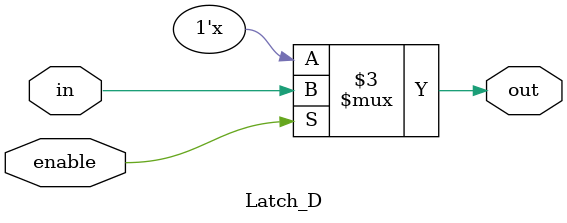
<source format=v>
`timescale 1ns / 1ps
module Latch_D(
        input in,
        input enable,
        output reg out
    );
    
always @(*) begin
    if(enable==1) begin
        out<=in;
        
    end

end
endmodule

</source>
